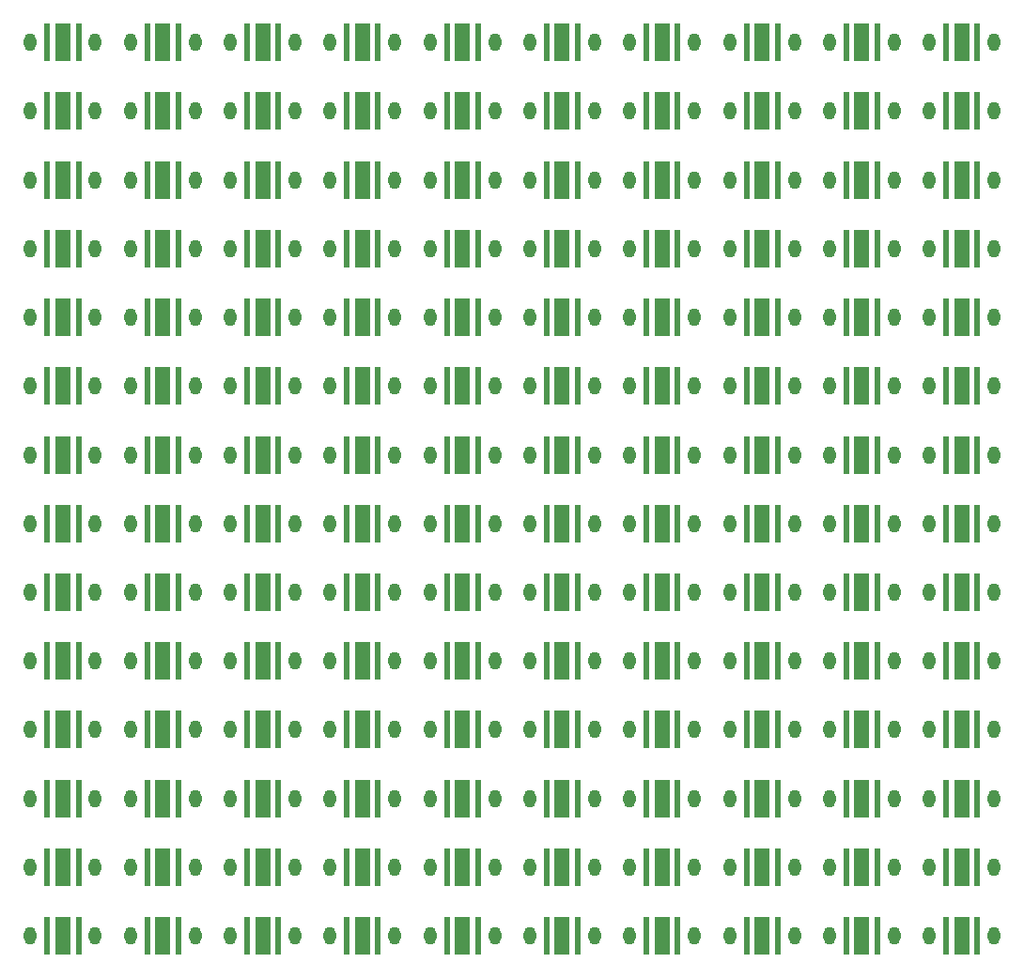
<source format=gts>
%FSLAX25Y25*%
%MOIN*%
G70*
G01*
G75*
G04 Layer_Color=8388736*
%ADD10R,0.05118X0.12992*%
%ADD11R,0.01969X0.12992*%
%ADD12C,0.02000*%
%ADD13R,0.05000X0.15000*%
%ADD14O,0.03937X0.05906*%
%ADD15C,0.00600*%
%ADD16R,0.04717X0.12591*%
%ADD17R,0.01567X0.12591*%
%ADD18R,0.05518X0.13392*%
%ADD19R,0.02369X0.13392*%
%ADD20O,0.04337X0.06306*%
D18*
X18500Y13177D02*
D03*
X53933D02*
D03*
X89366D02*
D03*
X124799D02*
D03*
X160232D02*
D03*
X195665D02*
D03*
X231098D02*
D03*
X266531D02*
D03*
X301965D02*
D03*
X337398D02*
D03*
X18500Y37587D02*
D03*
X53933D02*
D03*
X89366D02*
D03*
X124799D02*
D03*
X160232D02*
D03*
X195665D02*
D03*
X231098D02*
D03*
X266531D02*
D03*
X301965D02*
D03*
X337398D02*
D03*
X18500Y61996D02*
D03*
X53933D02*
D03*
X89366D02*
D03*
X124799D02*
D03*
X160232D02*
D03*
X195665D02*
D03*
X231098D02*
D03*
X266531D02*
D03*
X301965D02*
D03*
X337398D02*
D03*
X18500Y86405D02*
D03*
X53933D02*
D03*
X89366D02*
D03*
X124799D02*
D03*
X160232D02*
D03*
X195665D02*
D03*
X231098D02*
D03*
X266531D02*
D03*
X301965D02*
D03*
X337398D02*
D03*
X18500Y110815D02*
D03*
X53933D02*
D03*
X89366D02*
D03*
X124799D02*
D03*
X160232D02*
D03*
X195665D02*
D03*
X231098D02*
D03*
X266531D02*
D03*
X301965D02*
D03*
X337398D02*
D03*
X18500Y135224D02*
D03*
X53933D02*
D03*
X89366D02*
D03*
X124799D02*
D03*
X160232D02*
D03*
X195665D02*
D03*
X231098D02*
D03*
X266531D02*
D03*
X301965D02*
D03*
X337398D02*
D03*
X18500Y159634D02*
D03*
X53933D02*
D03*
X89366D02*
D03*
X124799D02*
D03*
X160232D02*
D03*
X195665D02*
D03*
X231098D02*
D03*
X266531D02*
D03*
X301965D02*
D03*
X337398D02*
D03*
X18500Y184043D02*
D03*
X53933D02*
D03*
X89366D02*
D03*
X124799D02*
D03*
X160232D02*
D03*
X195665D02*
D03*
X231098D02*
D03*
X266531D02*
D03*
X301965D02*
D03*
X337398D02*
D03*
X18500Y208453D02*
D03*
X53933D02*
D03*
X89366D02*
D03*
X124799D02*
D03*
X160232D02*
D03*
X195665D02*
D03*
X231098D02*
D03*
X266531D02*
D03*
X301965D02*
D03*
X337398D02*
D03*
X18500Y232862D02*
D03*
X53933D02*
D03*
X89366D02*
D03*
X124799D02*
D03*
X160232D02*
D03*
X195665D02*
D03*
X231098D02*
D03*
X266531D02*
D03*
X301965D02*
D03*
X337398D02*
D03*
X18500Y257272D02*
D03*
X53933D02*
D03*
X89366D02*
D03*
X124799D02*
D03*
X160232D02*
D03*
X195665D02*
D03*
X231098D02*
D03*
X266531D02*
D03*
X301965D02*
D03*
X337398D02*
D03*
X18500Y281681D02*
D03*
X53933D02*
D03*
X89366D02*
D03*
X124799D02*
D03*
X160232D02*
D03*
X195665D02*
D03*
X231098D02*
D03*
X266531D02*
D03*
X301965D02*
D03*
X337398D02*
D03*
X18500Y306090D02*
D03*
X53933D02*
D03*
X89366D02*
D03*
X124799D02*
D03*
X160232D02*
D03*
X195665D02*
D03*
X231098D02*
D03*
X266531D02*
D03*
X301965D02*
D03*
X337398D02*
D03*
X18500Y330500D02*
D03*
X53933D02*
D03*
X89366D02*
D03*
X124799D02*
D03*
X160232D02*
D03*
X195665D02*
D03*
X231098D02*
D03*
X266531D02*
D03*
X301965D02*
D03*
X337398D02*
D03*
D19*
X24024Y13177D02*
D03*
X13000D02*
D03*
X59457D02*
D03*
X48433D02*
D03*
X94890D02*
D03*
X83866D02*
D03*
X130323D02*
D03*
X119299D02*
D03*
X165756D02*
D03*
X154732D02*
D03*
X201189D02*
D03*
X190165D02*
D03*
X236622D02*
D03*
X225598D02*
D03*
X272055D02*
D03*
X261032D02*
D03*
X307488D02*
D03*
X296465D02*
D03*
X342921D02*
D03*
X331898D02*
D03*
X24024Y37587D02*
D03*
X13000D02*
D03*
X59457D02*
D03*
X48433D02*
D03*
X94890D02*
D03*
X83866D02*
D03*
X130323D02*
D03*
X119299D02*
D03*
X165756D02*
D03*
X154732D02*
D03*
X201189D02*
D03*
X190165D02*
D03*
X236622D02*
D03*
X225598D02*
D03*
X272055D02*
D03*
X261032D02*
D03*
X307488D02*
D03*
X296465D02*
D03*
X342921D02*
D03*
X331898D02*
D03*
X24024Y61996D02*
D03*
X13000D02*
D03*
X59457D02*
D03*
X48433D02*
D03*
X94890D02*
D03*
X83866D02*
D03*
X130323D02*
D03*
X119299D02*
D03*
X165756D02*
D03*
X154732D02*
D03*
X201189D02*
D03*
X190165D02*
D03*
X236622D02*
D03*
X225598D02*
D03*
X272055D02*
D03*
X261032D02*
D03*
X307488D02*
D03*
X296465D02*
D03*
X342921D02*
D03*
X331898D02*
D03*
X24024Y86405D02*
D03*
X13000D02*
D03*
X59457D02*
D03*
X48433D02*
D03*
X94890D02*
D03*
X83866D02*
D03*
X130323D02*
D03*
X119299D02*
D03*
X165756D02*
D03*
X154732D02*
D03*
X201189D02*
D03*
X190165D02*
D03*
X236622D02*
D03*
X225598D02*
D03*
X272055D02*
D03*
X261032D02*
D03*
X307488D02*
D03*
X296465D02*
D03*
X342921D02*
D03*
X331898D02*
D03*
X24024Y110815D02*
D03*
X13000D02*
D03*
X59457D02*
D03*
X48433D02*
D03*
X94890D02*
D03*
X83866D02*
D03*
X130323D02*
D03*
X119299D02*
D03*
X165756D02*
D03*
X154732D02*
D03*
X201189D02*
D03*
X190165D02*
D03*
X236622D02*
D03*
X225598D02*
D03*
X272055D02*
D03*
X261032D02*
D03*
X307488D02*
D03*
X296465D02*
D03*
X342921D02*
D03*
X331898D02*
D03*
X24024Y135224D02*
D03*
X13000D02*
D03*
X59457D02*
D03*
X48433D02*
D03*
X94890D02*
D03*
X83866D02*
D03*
X130323D02*
D03*
X119299D02*
D03*
X165756D02*
D03*
X154732D02*
D03*
X201189D02*
D03*
X190165D02*
D03*
X236622D02*
D03*
X225598D02*
D03*
X272055D02*
D03*
X261032D02*
D03*
X307488D02*
D03*
X296465D02*
D03*
X342921D02*
D03*
X331898D02*
D03*
X24024Y159634D02*
D03*
X13000D02*
D03*
X59457D02*
D03*
X48433D02*
D03*
X94890D02*
D03*
X83866D02*
D03*
X130323D02*
D03*
X119299D02*
D03*
X165756D02*
D03*
X154732D02*
D03*
X201189D02*
D03*
X190165D02*
D03*
X236622D02*
D03*
X225598D02*
D03*
X272055D02*
D03*
X261032D02*
D03*
X307488D02*
D03*
X296465D02*
D03*
X342921D02*
D03*
X331898D02*
D03*
X24024Y184043D02*
D03*
X13000D02*
D03*
X59457D02*
D03*
X48433D02*
D03*
X94890D02*
D03*
X83866D02*
D03*
X130323D02*
D03*
X119299D02*
D03*
X165756D02*
D03*
X154732D02*
D03*
X201189D02*
D03*
X190165D02*
D03*
X236622D02*
D03*
X225598D02*
D03*
X272055D02*
D03*
X261032D02*
D03*
X307488D02*
D03*
X296465D02*
D03*
X342921D02*
D03*
X331898D02*
D03*
X24024Y208453D02*
D03*
X13000D02*
D03*
X59457D02*
D03*
X48433D02*
D03*
X94890D02*
D03*
X83866D02*
D03*
X130323D02*
D03*
X119299D02*
D03*
X165756D02*
D03*
X154732D02*
D03*
X201189D02*
D03*
X190165D02*
D03*
X236622D02*
D03*
X225598D02*
D03*
X272055D02*
D03*
X261032D02*
D03*
X307488D02*
D03*
X296465D02*
D03*
X342921D02*
D03*
X331898D02*
D03*
X24024Y232862D02*
D03*
X13000D02*
D03*
X59457D02*
D03*
X48433D02*
D03*
X94890D02*
D03*
X83866D02*
D03*
X130323D02*
D03*
X119299D02*
D03*
X165756D02*
D03*
X154732D02*
D03*
X201189D02*
D03*
X190165D02*
D03*
X236622D02*
D03*
X225598D02*
D03*
X272055D02*
D03*
X261032D02*
D03*
X307488D02*
D03*
X296465D02*
D03*
X342921D02*
D03*
X331898D02*
D03*
X24024Y257272D02*
D03*
X13000D02*
D03*
X59457D02*
D03*
X48433D02*
D03*
X94890D02*
D03*
X83866D02*
D03*
X130323D02*
D03*
X119299D02*
D03*
X165756D02*
D03*
X154732D02*
D03*
X201189D02*
D03*
X190165D02*
D03*
X236622D02*
D03*
X225598D02*
D03*
X272055D02*
D03*
X261032D02*
D03*
X307488D02*
D03*
X296465D02*
D03*
X342921D02*
D03*
X331898D02*
D03*
X24024Y281681D02*
D03*
X13000D02*
D03*
X59457D02*
D03*
X48433D02*
D03*
X94890D02*
D03*
X83866D02*
D03*
X130323D02*
D03*
X119299D02*
D03*
X165756D02*
D03*
X154732D02*
D03*
X201189D02*
D03*
X190165D02*
D03*
X236622D02*
D03*
X225598D02*
D03*
X272055D02*
D03*
X261032D02*
D03*
X307488D02*
D03*
X296465D02*
D03*
X342921D02*
D03*
X331898D02*
D03*
X24024Y306090D02*
D03*
X13000D02*
D03*
X59457D02*
D03*
X48433D02*
D03*
X94890D02*
D03*
X83866D02*
D03*
X130323D02*
D03*
X119299D02*
D03*
X165756D02*
D03*
X154732D02*
D03*
X201189D02*
D03*
X190165D02*
D03*
X236622D02*
D03*
X225598D02*
D03*
X272055D02*
D03*
X261032D02*
D03*
X307488D02*
D03*
X296465D02*
D03*
X342921D02*
D03*
X331898D02*
D03*
X24024Y330500D02*
D03*
X13000D02*
D03*
X59457D02*
D03*
X48433D02*
D03*
X94890D02*
D03*
X83866D02*
D03*
X130323D02*
D03*
X119299D02*
D03*
X165756D02*
D03*
X154732D02*
D03*
X201189D02*
D03*
X190165D02*
D03*
X236622D02*
D03*
X225598D02*
D03*
X272055D02*
D03*
X261032D02*
D03*
X307488D02*
D03*
X296465D02*
D03*
X342921D02*
D03*
X331898D02*
D03*
D20*
X7000Y13177D02*
D03*
X30000D02*
D03*
X42433D02*
D03*
X65433D02*
D03*
X77866D02*
D03*
X100866D02*
D03*
X113299D02*
D03*
X136299D02*
D03*
X148732D02*
D03*
X171732D02*
D03*
X184165D02*
D03*
X207165D02*
D03*
X219598D02*
D03*
X242598D02*
D03*
X255031D02*
D03*
X278031D02*
D03*
X290465D02*
D03*
X313465D02*
D03*
X325898D02*
D03*
X348898D02*
D03*
X7000Y37587D02*
D03*
X30000D02*
D03*
X42433D02*
D03*
X65433D02*
D03*
X77866D02*
D03*
X100866D02*
D03*
X113299D02*
D03*
X136299D02*
D03*
X148732D02*
D03*
X171732D02*
D03*
X184165D02*
D03*
X207165D02*
D03*
X219598D02*
D03*
X242598D02*
D03*
X255031D02*
D03*
X278031D02*
D03*
X290465D02*
D03*
X313465D02*
D03*
X325898D02*
D03*
X348898D02*
D03*
X7000Y61996D02*
D03*
X30000D02*
D03*
X42433D02*
D03*
X65433D02*
D03*
X77866D02*
D03*
X100866D02*
D03*
X113299D02*
D03*
X136299D02*
D03*
X148732D02*
D03*
X171732D02*
D03*
X184165D02*
D03*
X207165D02*
D03*
X219598D02*
D03*
X242598D02*
D03*
X255031D02*
D03*
X278031D02*
D03*
X290465D02*
D03*
X313465D02*
D03*
X325898D02*
D03*
X348898D02*
D03*
X7000Y86405D02*
D03*
X30000D02*
D03*
X42433D02*
D03*
X65433D02*
D03*
X77866D02*
D03*
X100866D02*
D03*
X113299D02*
D03*
X136299D02*
D03*
X148732D02*
D03*
X171732D02*
D03*
X184165D02*
D03*
X207165D02*
D03*
X219598D02*
D03*
X242598D02*
D03*
X255031D02*
D03*
X278031D02*
D03*
X290465D02*
D03*
X313465D02*
D03*
X325898D02*
D03*
X348898D02*
D03*
X7000Y110815D02*
D03*
X30000D02*
D03*
X42433D02*
D03*
X65433D02*
D03*
X77866D02*
D03*
X100866D02*
D03*
X113299D02*
D03*
X136299D02*
D03*
X148732D02*
D03*
X171732D02*
D03*
X184165D02*
D03*
X207165D02*
D03*
X219598D02*
D03*
X242598D02*
D03*
X255031D02*
D03*
X278031D02*
D03*
X290465D02*
D03*
X313465D02*
D03*
X325898D02*
D03*
X348898D02*
D03*
X7000Y135224D02*
D03*
X30000D02*
D03*
X42433D02*
D03*
X65433D02*
D03*
X77866D02*
D03*
X100866D02*
D03*
X113299D02*
D03*
X136299D02*
D03*
X148732D02*
D03*
X171732D02*
D03*
X184165D02*
D03*
X207165D02*
D03*
X219598D02*
D03*
X242598D02*
D03*
X255031D02*
D03*
X278031D02*
D03*
X290465D02*
D03*
X313465D02*
D03*
X325898D02*
D03*
X348898D02*
D03*
X7000Y159634D02*
D03*
X30000D02*
D03*
X42433D02*
D03*
X65433D02*
D03*
X77866D02*
D03*
X100866D02*
D03*
X113299D02*
D03*
X136299D02*
D03*
X148732D02*
D03*
X171732D02*
D03*
X184165D02*
D03*
X207165D02*
D03*
X219598D02*
D03*
X242598D02*
D03*
X255031D02*
D03*
X278031D02*
D03*
X290465D02*
D03*
X313465D02*
D03*
X325898D02*
D03*
X348898D02*
D03*
X7000Y184043D02*
D03*
X30000D02*
D03*
X42433D02*
D03*
X65433D02*
D03*
X77866D02*
D03*
X100866D02*
D03*
X113299D02*
D03*
X136299D02*
D03*
X148732D02*
D03*
X171732D02*
D03*
X184165D02*
D03*
X207165D02*
D03*
X219598D02*
D03*
X242598D02*
D03*
X255031D02*
D03*
X278031D02*
D03*
X290465D02*
D03*
X313465D02*
D03*
X325898D02*
D03*
X348898D02*
D03*
X7000Y208453D02*
D03*
X30000D02*
D03*
X42433D02*
D03*
X65433D02*
D03*
X77866D02*
D03*
X100866D02*
D03*
X113299D02*
D03*
X136299D02*
D03*
X148732D02*
D03*
X171732D02*
D03*
X184165D02*
D03*
X207165D02*
D03*
X219598D02*
D03*
X242598D02*
D03*
X255031D02*
D03*
X278031D02*
D03*
X290465D02*
D03*
X313465D02*
D03*
X325898D02*
D03*
X348898D02*
D03*
X7000Y232862D02*
D03*
X30000D02*
D03*
X42433D02*
D03*
X65433D02*
D03*
X77866D02*
D03*
X100866D02*
D03*
X113299D02*
D03*
X136299D02*
D03*
X148732D02*
D03*
X171732D02*
D03*
X184165D02*
D03*
X207165D02*
D03*
X219598D02*
D03*
X242598D02*
D03*
X255031D02*
D03*
X278031D02*
D03*
X290465D02*
D03*
X313465D02*
D03*
X325898D02*
D03*
X348898D02*
D03*
X7000Y257272D02*
D03*
X30000D02*
D03*
X42433D02*
D03*
X65433D02*
D03*
X77866D02*
D03*
X100866D02*
D03*
X113299D02*
D03*
X136299D02*
D03*
X148732D02*
D03*
X171732D02*
D03*
X184165D02*
D03*
X207165D02*
D03*
X219598D02*
D03*
X242598D02*
D03*
X255031D02*
D03*
X278031D02*
D03*
X290465D02*
D03*
X313465D02*
D03*
X325898D02*
D03*
X348898D02*
D03*
X7000Y281681D02*
D03*
X30000D02*
D03*
X42433D02*
D03*
X65433D02*
D03*
X77866D02*
D03*
X100866D02*
D03*
X113299D02*
D03*
X136299D02*
D03*
X148732D02*
D03*
X171732D02*
D03*
X184165D02*
D03*
X207165D02*
D03*
X219598D02*
D03*
X242598D02*
D03*
X255031D02*
D03*
X278031D02*
D03*
X290465D02*
D03*
X313465D02*
D03*
X325898D02*
D03*
X348898D02*
D03*
X7000Y306090D02*
D03*
X30000D02*
D03*
X42433D02*
D03*
X65433D02*
D03*
X77866D02*
D03*
X100866D02*
D03*
X113299D02*
D03*
X136299D02*
D03*
X148732D02*
D03*
X171732D02*
D03*
X184165D02*
D03*
X207165D02*
D03*
X219598D02*
D03*
X242598D02*
D03*
X255031D02*
D03*
X278031D02*
D03*
X290465D02*
D03*
X313465D02*
D03*
X325898D02*
D03*
X348898D02*
D03*
X7000Y330500D02*
D03*
X30000D02*
D03*
X42433D02*
D03*
X65433D02*
D03*
X77866D02*
D03*
X100866D02*
D03*
X113299D02*
D03*
X136299D02*
D03*
X148732D02*
D03*
X171732D02*
D03*
X184165D02*
D03*
X207165D02*
D03*
X219598D02*
D03*
X242598D02*
D03*
X255031D02*
D03*
X278031D02*
D03*
X290465D02*
D03*
X313465D02*
D03*
X325898D02*
D03*
X348898D02*
D03*
M02*

</source>
